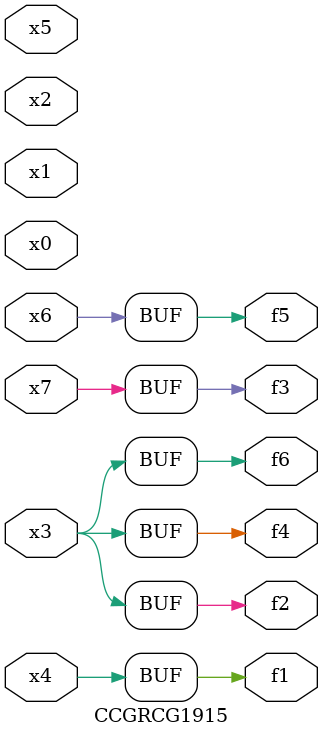
<source format=v>
module CCGRCG1915(
	input x0, x1, x2, x3, x4, x5, x6, x7,
	output f1, f2, f3, f4, f5, f6
);
	assign f1 = x4;
	assign f2 = x3;
	assign f3 = x7;
	assign f4 = x3;
	assign f5 = x6;
	assign f6 = x3;
endmodule

</source>
